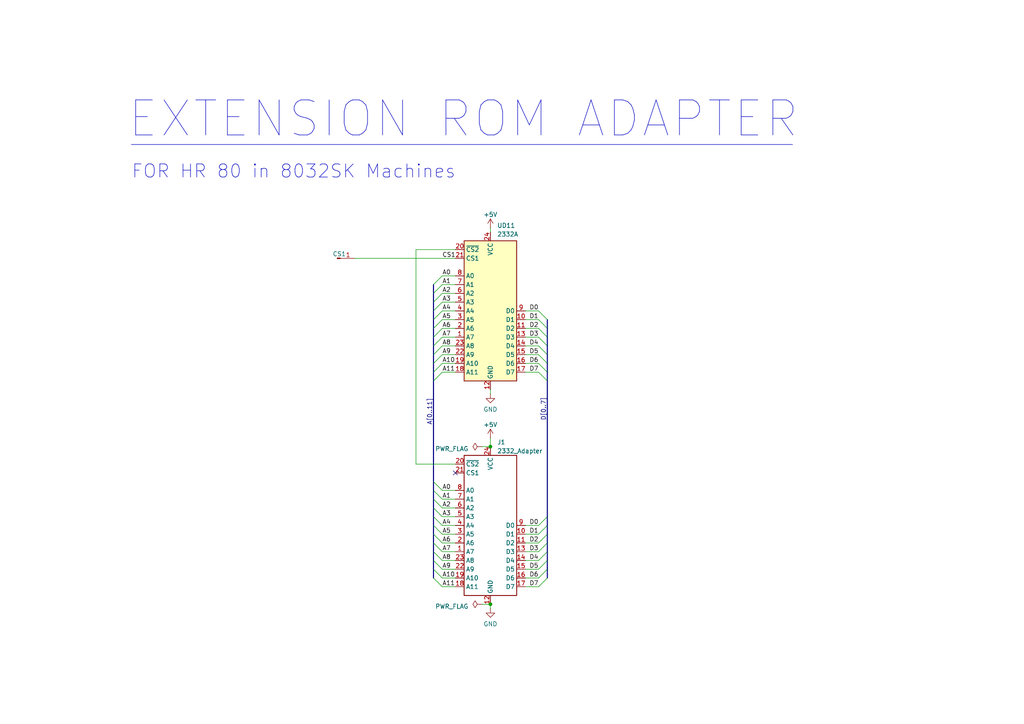
<source format=kicad_sch>
(kicad_sch (version 20231120) (generator "eeschema") (generator_version "8.0")
  (paper "A4")
  (title_block (title "EXTENSION ROM ADAPTER") (date "2023-02-21") (rev "V001") (comment 2 "creativecommons.org/licenses/by-sa/4.0/") (comment 3 "License: CC BY-SA 4.0") (comment 4 "Author: InsaneDruid"))
  (lib_symbols
    (symbol "Connector:Conn_01x01_Pin" (pin_names (offset 1.016) hide)
      (property "Reference" "J" (at 0 2.54 0))
      (property "Value" "Conn_01x01_Pin" (at 0 -2.54 0))
      (symbol "Conn_01x01_Pin_1_1"
        (polyline (pts (xy 1.27 0) (xy 0.8636 0)) (stroke (width 0.1524)))
        (rectangle (start 0.8636 0.127) (end 0 -0.127) (stroke (width 0.1524)) (fill (type outline)))
        (pin passive line (at 5.08 0 180) (length 3.81) (name "Pin_1") (number "1"))
      )
    )
    (symbol "hrXX_lib_sch:2332A"
      (property "Reference" "UD7" (at -7.62 21.59 0))
      (property "Value" "2332A" (at 1.27 -21.59 0))
      (symbol "2332A_0_1"
        (rectangle (start -7.62 20.32) (end 7.62 -20.32) (stroke (width 0.254)) (fill (type background)))
      )
      (symbol "2332A_1_1"
        (pin input line (at -10.16 -7.62 0) (length 2.54) (name "A7") (number "1"))
        (pin tri_state line (at 10.16 -2.54 180) (length 2.54) (name "D1") (number "10"))
        (pin tri_state line (at 10.16 -5.08 180) (length 2.54) (name "D2") (number "11"))
        (pin power_in line (at 0 -22.86 90) (length 2.54) (name "GND") (number "12"))
        (pin tri_state line (at 10.16 -7.62 180) (length 2.54) (name "D3") (number "13"))
        (pin tri_state line (at 10.16 -10.16 180) (length 2.54) (name "D4") (number "14"))
        (pin tri_state line (at 10.16 -12.7 180) (length 2.54) (name "D5") (number "15"))
        (pin tri_state line (at 10.16 -15.24 180) (length 2.54) (name "D6") (number "16"))
        (pin tri_state line (at 10.16 -17.78 180) (length 2.54) (name "D7") (number "17"))
        (pin input line (at -10.16 -17.78 0) (length 2.54) (name "A11") (number "18"))
        (pin input line (at -10.16 -15.24 0) (length 2.54) (name "A10") (number "19"))
        (pin input line (at -10.16 -5.08 0) (length 2.54) (name "A6") (number "2"))
        (pin input line (at -10.16 17.78 0) (length 2.54) (name "~{CS2}") (number "20"))
        (pin input line (at -10.16 15.24 0) (length 2.54) (name "CS1") (number "21"))
        (pin input line (at -10.16 -12.7 0) (length 2.54) (name "A9") (number "22"))
        (pin input line (at -10.16 -10.16 0) (length 2.54) (name "A8") (number "23"))
        (pin power_in line (at 0 22.86 270) (length 2.54) (name "VCC") (number "24"))
        (pin input line (at -10.16 -2.54 0) (length 2.54) (name "A5") (number "3"))
        (pin input line (at -10.16 0 0) (length 2.54) (name "A4") (number "4"))
        (pin input line (at -10.16 2.54 0) (length 2.54) (name "A3") (number "5"))
        (pin input line (at -10.16 5.08 0) (length 2.54) (name "A2") (number "6"))
        (pin input line (at -10.16 7.62 0) (length 2.54) (name "A1") (number "7"))
        (pin input line (at -10.16 10.16 0) (length 2.54) (name "A0") (number "8"))
        (pin tri_state line (at 10.16 0 180) (length 2.54) (name "D0") (number "9"))
      )
    )
    (symbol "hrXX_lib_sch:2332_Adapter"
      (property "Reference" "J0" (at -7.62 21.59 0))
      (property "Value" "2332_Adapter" (at 1.27 -21.59 0))
      (symbol "2332_Adapter_0_1"
        (rectangle (start -7.62 20.32) (end 7.62 -20.32) (stroke (width 0.254)))
      )
      (symbol "2332_Adapter_1_1"
        (pin output line (at -10.16 -7.62 0) (length 2.54) (name "A7") (number "1"))
        (pin bidirectional line (at 10.16 -2.54 180) (length 2.54) (name "D1") (number "10"))
        (pin bidirectional line (at 10.16 -5.08 180) (length 2.54) (name "D2") (number "11"))
        (pin power_in line (at 0 -22.86 90) (length 2.54) (name "GND") (number "12"))
        (pin bidirectional line (at 10.16 -7.62 180) (length 2.54) (name "D3") (number "13"))
        (pin bidirectional line (at 10.16 -10.16 180) (length 2.54) (name "D4") (number "14"))
        (pin bidirectional line (at 10.16 -12.7 180) (length 2.54) (name "D5") (number "15"))
        (pin bidirectional line (at 10.16 -15.24 180) (length 2.54) (name "D6") (number "16"))
        (pin bidirectional line (at 10.16 -17.78 180) (length 2.54) (name "D7") (number "17"))
        (pin output line (at -10.16 -17.78 0) (length 2.54) (name "A11") (number "18"))
        (pin output line (at -10.16 -15.24 0) (length 2.54) (name "A10") (number "19"))
        (pin output line (at -10.16 -5.08 0) (length 2.54) (name "A6") (number "2"))
        (pin output line (at -10.16 17.78 0) (length 2.54) (name "~{CS2}") (number "20"))
        (pin output line (at -10.16 15.24 0) (length 2.54) (name "CS1") (number "21"))
        (pin output line (at -10.16 -12.7 0) (length 2.54) (name "A9") (number "22"))
        (pin output line (at -10.16 -10.16 0) (length 2.54) (name "A8") (number "23"))
        (pin power_in line (at 0 22.86 270) (length 2.54) (name "VCC") (number "24"))
        (pin output line (at -10.16 -2.54 0) (length 2.54) (name "A5") (number "3"))
        (pin output line (at -10.16 0 0) (length 2.54) (name "A4") (number "4"))
        (pin output line (at -10.16 2.54 0) (length 2.54) (name "A3") (number "5"))
        (pin output line (at -10.16 5.08 0) (length 2.54) (name "A2") (number "6"))
        (pin output line (at -10.16 7.62 0) (length 2.54) (name "A1") (number "7"))
        (pin output line (at -10.16 10.16 0) (length 2.54) (name "A0") (number "8"))
        (pin bidirectional line (at 10.16 0 180) (length 2.54) (name "D0") (number "9"))
      )
    )
    (symbol "power:+5V" (power) (pin_numbers hide) (pin_names (offset 0) hide)
      (property "Value" "+5V" (at 0 3.556 0))
      (symbol "+5V_0_1"
        (polyline (pts (xy -0.762 1.27) (xy 0 2.54)))
        (polyline (pts (xy 0 0) (xy 0 2.54)))
        (polyline (pts (xy 0 2.54) (xy 0.762 1.27)))
      )
      (symbol "+5V_1_1"
        (pin power_in line (at 0 0 90) (length 0) (name "~") (number "1"))
      )
    )
    (symbol "power:GND" (power) (pin_numbers hide) (pin_names (offset 0) hide)
      (property "Value" "GND" (at 0 -3.81 0))
      (symbol "GND_0_1"
        (polyline (pts (xy 0 0) (xy 0 -1.27) (xy 1.27 -1.27) (xy 0 -2.54) (xy -1.27 -1.27) (xy 0 -1.27)))
      )
      (symbol "GND_1_1"
        (pin power_in line (at 0 0 270) (length 0) (name "~") (number "1"))
      )
    )
    (symbol "power:PWR_FLAG" (power) (pin_numbers hide) (pin_names (offset 0) hide)
      (property "Value" "PWR_FLAG" (at 0 3.81 0))
      (symbol "PWR_FLAG_0_0"
        (pin power_out line (at 0 0 90) (length 0) (name "~") (number "1"))
      )
      (symbol "PWR_FLAG_0_1"
        (polyline (pts (xy 0 0) (xy 0 1.27) (xy -1.016 1.905) (xy 0 2.54) (xy 1.016 1.905) (xy 0 1.27)))
      )
    )
  )
  (junction (at 142.24 175.26))
  (junction (at 142.24 129.54))
  (no_connect (at 132.08 137.16))
  (bus_entry (at 128.27 85.09) (size -2.54 2.54))
  (bus_entry (at 128.27 152.4) (size -2.54 -2.54))
  (bus_entry (at 156.21 167.64) (size 2.54 -2.54))
  (bus_entry (at 128.27 90.17) (size -2.54 2.54))
  (bus_entry (at 128.27 147.32) (size -2.54 -2.54))
  (bus_entry (at 156.21 170.18) (size 2.54 -2.54))
  (bus_entry (at 128.27 95.25) (size -2.54 2.54))
  (bus_entry (at 156.21 105.41) (size 2.54 2.54))
  (bus_entry (at 156.21 160.02) (size 2.54 -2.54))
  (bus_entry (at 128.27 100.33) (size -2.54 2.54))
  (bus_entry (at 128.27 157.48) (size -2.54 -2.54))
  (bus_entry (at 128.27 97.79) (size -2.54 2.54))
  (bus_entry (at 128.27 165.1) (size -2.54 -2.54))
  (bus_entry (at 128.27 144.78) (size -2.54 -2.54))
  (bus_entry (at 156.21 152.4) (size 2.54 -2.54))
  (bus_entry (at 128.27 82.55) (size -2.54 2.54))
  (bus_entry (at 156.21 97.79) (size 2.54 2.54))
  (bus_entry (at 128.27 167.64) (size -2.54 -2.54))
  (bus_entry (at 156.21 102.87) (size 2.54 2.54))
  (bus_entry (at 156.21 157.48) (size 2.54 -2.54))
  (bus_entry (at 156.21 165.1) (size 2.54 -2.54))
  (bus_entry (at 128.27 142.24) (size -2.54 -2.54))
  (bus_entry (at 128.27 87.63) (size -2.54 2.54))
  (bus_entry (at 128.27 105.41) (size -2.54 2.54))
  (bus_entry (at 156.21 154.94) (size 2.54 -2.54))
  (bus_entry (at 156.21 92.71) (size 2.54 2.54))
  (bus_entry (at 128.27 92.71) (size -2.54 2.54))
  (bus_entry (at 156.21 90.17) (size 2.54 2.54))
  (bus_entry (at 128.27 160.02) (size -2.54 -2.54))
  (bus_entry (at 156.21 100.33) (size 2.54 2.54))
  (bus_entry (at 128.27 162.56) (size -2.54 -2.54))
  (bus_entry (at 128.27 80.01) (size -2.54 2.54))
  (bus_entry (at 128.27 107.95) (size -2.54 2.54))
  (bus_entry (at 156.21 95.25) (size 2.54 2.54))
  (bus_entry (at 156.21 107.95) (size 2.54 2.54))
  (bus_entry (at 128.27 149.86) (size -2.54 -2.54))
  (bus_entry (at 128.27 102.87) (size -2.54 2.54))
  (bus_entry (at 156.21 162.56) (size 2.54 -2.54))
  (bus_entry (at 128.27 170.18) (size -2.54 -2.54))
  (bus_entry (at 128.27 154.94) (size -2.54 -2.54))
  (wire (pts (xy 132.08 82.55) (xy 128.27 82.55)))
  (bus (pts (xy 125.73 85.09) (xy 125.73 87.63)))
  (wire (pts (xy 152.4 100.33) (xy 156.21 100.33)))
  (wire (pts (xy 132.08 144.78) (xy 128.27 144.78)))
  (bus (pts (xy 158.75 97.79) (xy 158.75 100.33)))
  (wire (pts (xy 132.08 100.33) (xy 128.27 100.33)))
  (bus (pts (xy 158.75 167.64) (xy 158.75 165.1)))
  (wire (pts (xy 152.4 95.25) (xy 156.21 95.25)))
  (bus (pts (xy 158.75 149.86) (xy 158.75 152.4)))
  (wire (pts (xy 120.65 72.39) (xy 132.08 72.39)))
  (bus (pts (xy 125.73 107.95) (xy 125.73 110.49)))
  (bus (pts (xy 125.73 82.55) (xy 125.73 85.09)))
  (wire (pts (xy 132.08 142.24) (xy 128.27 142.24)))
  (wire (pts (xy 132.08 102.87) (xy 128.27 102.87)))
  (wire (pts (xy 132.08 87.63) (xy 128.27 87.63)))
  (bus (pts (xy 158.75 100.33) (xy 158.75 102.87)))
  (bus (pts (xy 125.73 165.1) (xy 125.73 167.64)))
  (wire (pts (xy 142.24 127) (xy 142.24 129.54)))
  (wire (pts (xy 132.08 107.95) (xy 128.27 107.95)))
  (wire (pts (xy 152.4 170.18) (xy 156.21 170.18)))
  (wire (pts (xy 152.4 92.71) (xy 156.21 92.71)))
  (wire (pts (xy 152.4 167.64) (xy 156.21 167.64)))
  (wire (pts (xy 132.08 160.02) (xy 128.27 160.02)))
  (bus (pts (xy 125.73 92.71) (xy 125.73 95.25)))
  (bus (pts (xy 158.75 92.71) (xy 158.75 95.25)))
  (bus (pts (xy 125.73 154.94) (xy 125.73 157.48)))
  (wire (pts (xy 102.87 74.93) (xy 132.08 74.93)))
  (wire (pts (xy 120.65 134.62) (xy 120.65 72.39)))
  (wire (pts (xy 152.4 162.56) (xy 156.21 162.56)))
  (wire (pts (xy 152.4 160.02) (xy 156.21 160.02)))
  (bus (pts (xy 158.75 95.25) (xy 158.75 97.79)))
  (wire (pts (xy 132.08 147.32) (xy 128.27 147.32)))
  (wire (pts (xy 139.7 175.26) (xy 142.24 175.26)))
  (wire (pts (xy 132.08 134.62) (xy 120.65 134.62)))
  (wire (pts (xy 132.08 157.48) (xy 128.27 157.48)))
  (bus (pts (xy 158.75 160.02) (xy 158.75 157.48)))
  (wire (pts (xy 132.08 154.94) (xy 128.27 154.94)))
  (bus (pts (xy 158.75 110.49) (xy 158.75 149.86)))
  (bus (pts (xy 125.73 152.4) (xy 125.73 154.94)))
  (wire (pts (xy 132.08 165.1) (xy 128.27 165.1)))
  (bus (pts (xy 125.73 95.25) (xy 125.73 97.79)))
  (wire (pts (xy 132.08 85.09) (xy 128.27 85.09)))
  (bus (pts (xy 125.73 90.17) (xy 125.73 92.71)))
  (bus (pts (xy 125.73 165.1) (xy 125.73 162.56)))
  (wire (pts (xy 132.08 170.18) (xy 128.27 170.18)))
  (bus (pts (xy 158.75 152.4) (xy 158.75 154.94)))
  (bus (pts (xy 125.73 87.63) (xy 125.73 90.17)))
  (wire (pts (xy 132.08 97.79) (xy 128.27 97.79)))
  (bus (pts (xy 158.75 105.41) (xy 158.75 107.95)))
  (wire (pts (xy 152.4 90.17) (xy 156.21 90.17)))
  (wire (pts (xy 152.4 157.48) (xy 156.21 157.48)))
  (bus (pts (xy 125.73 149.86) (xy 125.73 152.4)))
  (wire (pts (xy 152.4 154.94) (xy 156.21 154.94)))
  (bus (pts (xy 125.73 105.41) (xy 125.73 107.95)))
  (wire (pts (xy 152.4 165.1) (xy 156.21 165.1)))
  (bus (pts (xy 125.73 160.02) (xy 125.73 162.56)))
  (bus (pts (xy 158.75 162.56) (xy 158.75 160.02)))
  (bus (pts (xy 158.75 107.95) (xy 158.75 110.49)))
  (bus (pts (xy 125.73 144.78) (xy 125.73 147.32)))
  (wire (pts (xy 132.08 152.4) (xy 128.27 152.4)))
  (wire (pts (xy 132.08 95.25) (xy 128.27 95.25)))
  (wire (pts (xy 152.4 105.41) (xy 156.21 105.41)))
  (bus (pts (xy 158.75 165.1) (xy 158.75 162.56)))
  (wire (pts (xy 132.08 92.71) (xy 128.27 92.71)))
  (wire (pts (xy 142.24 113.03) (xy 142.24 114.3)))
  (bus (pts (xy 125.73 147.32) (xy 125.73 149.86)))
  (wire (pts (xy 152.4 102.87) (xy 156.21 102.87)))
  (bus (pts (xy 125.73 110.49) (xy 125.73 139.7)))
  (wire (pts (xy 152.4 107.95) (xy 156.21 107.95)))
  (bus (pts (xy 125.73 142.24) (xy 125.73 144.78)))
  (bus (pts (xy 158.75 157.48) (xy 158.75 154.94)))
  (wire (pts (xy 132.08 105.41) (xy 128.27 105.41)))
  (wire (pts (xy 142.24 175.26) (xy 142.24 176.53)))
  (wire (pts (xy 132.08 162.56) (xy 128.27 162.56)))
  (bus (pts (xy 125.73 139.7) (xy 125.73 142.24)))
  (wire (pts (xy 139.7 129.54) (xy 142.24 129.54)))
  (wire (pts (xy 132.08 80.01) (xy 128.27 80.01)))
  (bus (pts (xy 125.73 105.41) (xy 125.73 102.87)))
  (bus (pts (xy 125.73 100.33) (xy 125.73 97.79)))
  (polyline (pts (xy 38.1 41.91) (xy 229.87 41.91)) (stroke (width 0) (type solid)))
  (bus (pts (xy 125.73 102.87) (xy 125.73 100.33)))
  (bus (pts (xy 158.75 102.87) (xy 158.75 105.41)))
  (wire (pts (xy 132.08 149.86) (xy 128.27 149.86)))
  (wire (pts (xy 132.08 90.17) (xy 128.27 90.17)))
  (wire (pts (xy 152.4 97.79) (xy 156.21 97.79)))
  (wire (pts (xy 132.08 167.64) (xy 128.27 167.64)))
  (bus (pts (xy 125.73 157.48) (xy 125.73 160.02)))
  (wire (pts (xy 152.4 152.4) (xy 156.21 152.4)))
  (wire (pts (xy 142.24 66.04) (xy 142.24 67.31)))
  (text "EXTENSION ROM ADAPTER" (at 36.83 40.64 0) (effects (font (size 10.16 10.16)) (justify left bottom)))
  (text "FOR HR 80 in 8032SK Machines " (at 38.1 52.07 0) (effects (font (size 3.81 3.81)) (justify left bottom)))
  (label "A4" (at 128.27 90.17 0))
  (label "D3" (at 156.21 160.02 180))
  (label "A9" (at 128.27 102.87 0))
  (label "A10" (at 128.27 105.41 0))
  (label "D6" (at 156.21 167.64 180))
  (label "A3" (at 128.27 149.86 0))
  (label "A4" (at 128.27 152.4 0))
  (label "A[0..11]" (at 125.73 123.19 90))
  (label "A8" (at 128.27 100.33 0))
  (label "D7" (at 156.21 107.95 180))
  (label "A1" (at 128.27 82.55 0))
  (label "A3" (at 128.27 87.63 0))
  (label "A6" (at 128.27 157.48 0))
  (label "A0" (at 128.27 142.24 0))
  (label "A6" (at 128.27 95.25 0))
  (label "A2" (at 128.27 147.32 0))
  (label "A11" (at 128.27 170.18 0))
  (label "D7" (at 156.21 170.18 180))
  (label "A11" (at 128.27 107.95 0))
  (label "D4" (at 156.21 100.33 180))
  (label "D6" (at 156.21 105.41 180))
  (label "CS1" (at 128.27 74.93 0))
  (label "A1" (at 128.27 144.78 0))
  (label "D5" (at 156.21 102.87 180))
  (label "A2" (at 128.27 85.09 0))
  (label "D0" (at 156.21 152.4 180))
  (label "D0" (at 156.21 90.17 180))
  (label "D5" (at 156.21 165.1 180))
  (label "A5" (at 128.27 154.94 0))
  (label "A9" (at 128.27 165.1 0))
  (label "A7" (at 128.27 160.02 0))
  (label "D2" (at 156.21 157.48 180))
  (label "D2" (at 156.21 95.25 180))
  (label "A0" (at 128.27 80.01 0))
  (label "D3" (at 156.21 97.79 180))
  (label "D1" (at 156.21 154.94 180))
  (label "A8" (at 128.27 162.56 0))
  (label "D4" (at 156.21 162.56 180))
  (label "A5" (at 128.27 92.71 0))
  (label "D[0..7]" (at 158.75 121.92 90))
  (label "D1" (at 156.21 92.71 180))
  (label "A7" (at 128.27 97.79 0))
  (label "A10" (at 128.27 167.64 0))
  (symbol (lib_id "hrXX_lib_sch:2332A") (at 142.24 90.17 0) (unit 1)
    (property "Reference" "UD11" (at 144.1959 65.405 0) (effects (justify left)))
    (property "Value" "2332A" (at 144.1959 67.945 0) (effects (justify left)))
    (property "Footprint" "hrXX_lib_fp:DIP-24_W15.24mm_Socket_RectangularPads" (effects (hide yes)))
    (property "Datasheet" "http://archive.6502.org/datasheets/mos_2332_rom_feb_1980.pdf" (effects (hide yes)))
    (property "Description" "STATIC READ ONLY MEMORY (4096x8)" (effects (hide yes)))
  )
  (symbol (lib_id "power:GND") (at 142.24 176.53 0) (unit 1)
    (property "Reference" "#PWR02" (effects (hide yes)))
    (property "Value" "GND" (at 142.24 180.975 0))
    (property "Description" "Power symbol creates a global label with name \"GND\" , ground" (effects (hide yes)))
  )
  (symbol (lib_id "power:PWR_FLAG") (at 139.7 129.54 90) (unit 1)
    (property "Reference" "#FLG02" (effects (hide yes)))
    (property "Value" "PWR_FLAG" (at 135.89 130.175 90) (effects (justify left)))
    (property "Description" "Special symbol for telling ERC where power comes from" (effects (hide yes)))
  )
  (symbol (lib_id "power:+5V") (at 142.24 66.04 0) (unit 1)
    (property "Reference" "#PWR01" (effects (hide yes)))
    (property "Value" "+5V" (at 142.24 62.23 0))
    (property "Description" "Power symbol creates a global label with name \"+5V\"" (effects (hide yes)))
  )
  (symbol (lib_id "hrXX_lib_sch:2332_Adapter") (at 142.24 152.4 0) (unit 1)
    (property "Reference" "J1" (at 144.1959 128.27 0) (effects (justify left)))
    (property "Value" "2332_Adapter" (at 144.1959 130.81 0) (effects (justify left)))
    (property "Footprint" "hrXX_lib_fp:DIP-24_W15.24mm_Adapter_Rectangularpads" (effects (hide yes)))
    (property "Datasheet" "https://myoldcomputer.nl/Files/Datasheet/2316-Commodore.pdf" (effects (hide yes)))
    (property "Description" "2316 STATIC READ ONLY MEMORY (2048x8)" (effects (hide yes)))
  )
  (symbol (lib_id "power:GND") (at 142.24 114.3 0) (unit 1)
    (property "Reference" "#PWR04" (effects (hide yes)))
    (property "Value" "GND" (at 142.24 118.745 0))
    (property "Description" "Power symbol creates a global label with name \"GND\" , ground" (effects (hide yes)))
  )
  (symbol (lib_id "power:+5V") (at 142.24 127 0) (unit 1)
    (property "Reference" "#PWR03" (effects (hide yes)))
    (property "Value" "+5V" (at 142.24 123.19 0))
    (property "Description" "Power symbol creates a global label with name \"+5V\"" (effects (hide yes)))
  )
  (symbol (lib_id "Connector:Conn_01x01_Pin") (at 97.79 74.93 0) (unit 1)
    (property "Reference" "CS1" (at 98.425 73.66 0))
    (property "Value" "Conn_01x01_Pin" (effects (hide yes)))
    (property "Footprint" "Connector_PinHeader_2.54mm:PinHeader_1x01_P2.54mm_Horizontal" (effects (hide yes)))
    (property "Description" "Generic connector, single row, 01x01, script generated" (effects (hide yes)))
  )
  (symbol (lib_id "power:PWR_FLAG") (at 139.7 175.26 90) (unit 1)
    (property "Reference" "#FLG01" (effects (hide yes)))
    (property "Value" "PWR_FLAG" (at 135.89 175.895 90) (effects (justify left)))
    (property "Description" "Special symbol for telling ERC where power comes from" (effects (hide yes)))
  )
)
</source>
